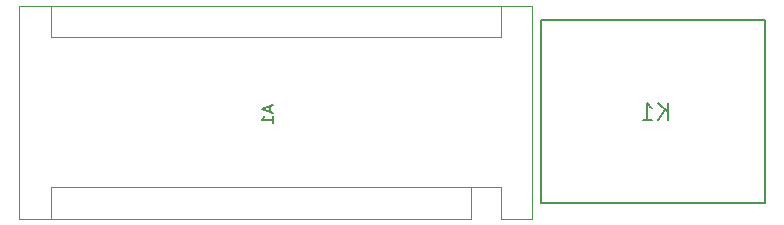
<source format=gbr>
%TF.GenerationSoftware,KiCad,Pcbnew,(6.0.0)*%
%TF.CreationDate,2022-01-31T23:05:30+07:00*%
%TF.ProjectId,eggmodel_V1.1,6567676d-6f64-4656-9c5f-56312e312e6b,rev?*%
%TF.SameCoordinates,Original*%
%TF.FileFunction,Legend,Bot*%
%TF.FilePolarity,Positive*%
%FSLAX46Y46*%
G04 Gerber Fmt 4.6, Leading zero omitted, Abs format (unit mm)*
G04 Created by KiCad (PCBNEW (6.0.0)) date 2022-01-31 23:05:30*
%MOMM*%
%LPD*%
G01*
G04 APERTURE LIST*
%ADD10C,0.150000*%
%ADD11C,0.120000*%
%ADD12C,0.127000*%
G04 APERTURE END LIST*
D10*
%TO.C,A1*%
X119146666Y-99485714D02*
X119146666Y-99961904D01*
X119432380Y-99390476D02*
X118432380Y-99723809D01*
X119432380Y-100057142D01*
X119432380Y-100914285D02*
X119432380Y-100342857D01*
X119432380Y-100628571D02*
X118432380Y-100628571D01*
X118575238Y-100533333D01*
X118670476Y-100438095D01*
X118718095Y-100342857D01*
%TO.C,K1*%
X152823333Y-100613333D02*
X152823333Y-99213333D01*
X152023333Y-100613333D02*
X152623333Y-99813333D01*
X152023333Y-99213333D02*
X152823333Y-100013333D01*
X150690000Y-100613333D02*
X151490000Y-100613333D01*
X151090000Y-100613333D02*
X151090000Y-99213333D01*
X151223333Y-99413333D01*
X151356666Y-99546666D01*
X151490000Y-99613333D01*
D11*
%TO.C,A1*%
X97930000Y-109030000D02*
X97930000Y-90990000D01*
X136160000Y-106360000D02*
X136160000Y-109030000D01*
X97930000Y-90990000D02*
X141370000Y-90990000D01*
X138700000Y-93660000D02*
X138700000Y-90990000D01*
X138700000Y-106360000D02*
X138700000Y-109030000D01*
X100600000Y-93660000D02*
X100600000Y-90990000D01*
X141370000Y-109030000D02*
X138700000Y-109030000D01*
X141370000Y-90990000D02*
X141370000Y-109030000D01*
X138700000Y-93660000D02*
X100600000Y-93660000D01*
X136160000Y-106360000D02*
X138700000Y-106360000D01*
X136160000Y-106360000D02*
X100600000Y-106360000D01*
X136160000Y-109030000D02*
X97930000Y-109030000D01*
X100600000Y-106360000D02*
X100600000Y-109030000D01*
D12*
%TO.C,K1*%
X161060000Y-92210000D02*
X142060000Y-92210000D01*
X142060000Y-92210000D02*
X142060000Y-107710000D01*
X161060000Y-107710000D02*
X161060000Y-92210000D01*
X142060000Y-107710000D02*
X161060000Y-107710000D01*
%TD*%
M02*

</source>
